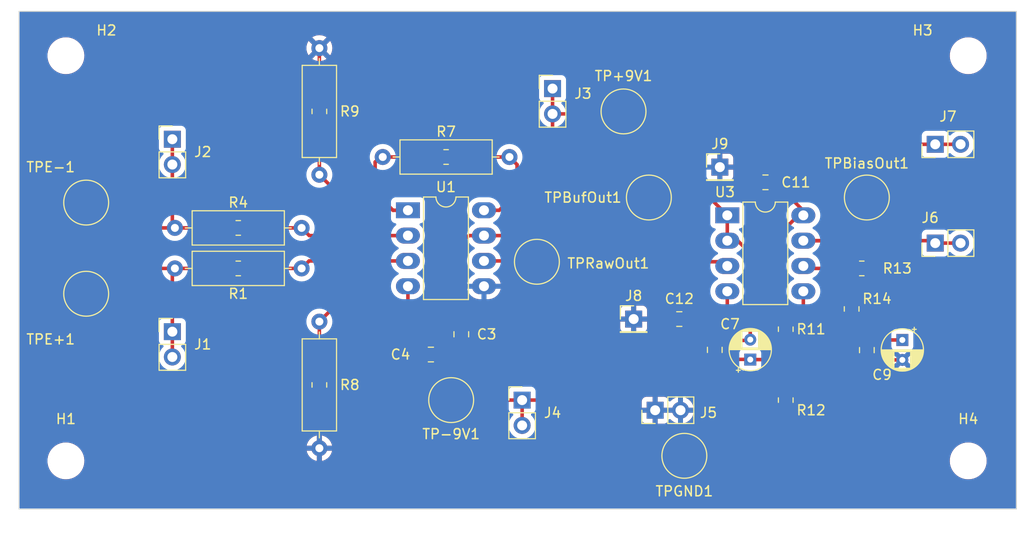
<source format=kicad_pcb>
(kicad_pcb (version 20221018) (generator pcbnew)
  (layers (0 "F.Cu" signal) (31 "B.Cu" signal) (34 "B.Paste" user) (35 "F.Paste" user) (36 "B.SilkS" user "B.Silkscreen") (37 "F.SilkS" user "F.Silkscreen") (38 "B.Mask" user) (39 "F.Mask" user) (44 "Edge.Cuts" user))
  (net 0 "")
  (net 1 "+9V")
  (net 2 "GND")
  (net 3 "-9V")
  (net 4 "Net-(U3B-+)")
  (net 5 "/BufferedOutput")
  (net 6 "/ConditionedOutput")
  (net 7 "/NegInput")
  (net 8 "/PosInput")
  (net 9 "/UnBufferedOutput")
  (net 10 "/Gain2")
  (net 11 "/Gain1")
  (net 12 "/PosInputProtected")
  (net 13 "/NegInputProtected")
  (net 14 "Net-(C10-Pad2)")
  (net 15 "Net-(U3B--)")
  (footprint "Resistor_SMD:R_0805_2012Metric" (layer "F.Cu") (at 76.2 149.352 90)
    (fp_text reference "R8" (at 0 3.048 180) (layer "F.SilkS"))
    (fp_text value "100k")
    (pad "1" smd roundrect (at -0.9125 0 90) (size 1.025 1.4) (layers "F.Cu" "F.Paste" "F.Mask") (roundrect_rratio 0.243902439) (net 2 "GND"))
    (pad "2" smd roundrect (at 0.9125 0 90) (size 1.025 1.4) (layers "F.Cu" "F.Paste" "F.Mask") (roundrect_rratio 0.243902439) (net 12 "/PosInputProtected"))
  )
  (footprint "TestPoint:TestPoint_Pad_D4.0mm" (layer "F.Cu") (at 131.064 130.556)
    (fp_text reference "TPBiasOut1" (at 0 -3.426) (layer "F.SilkS"))
    (fp_text value "BuffereBiasddOutput")
    (pad "1" smd circle (at 0 0) (size 4 4) (layers "F.Cu" "F.Mask") (net 6 "/ConditionedOutput"))
  )
  (footprint "MountingHole:MountingHole_3.2mm_M3" (layer "F.Cu") (at 50.8 156.972)
    (fp_text reference "H1" (at 0 -4.2) (layer "F.SilkS"))
    (fp_text value "MountingHole")
    (pad "" np_thru_hole circle (at 0 0) (size 3.2 3.2) (drill 3.2) (layers "*.Cu" "*.Mask"))
  )
  (footprint "TestPoint:TestPoint_Pad_D4.0mm" (layer "F.Cu") (at 112.776 156.464)
    (fp_text reference "TPGND1" (at 0 3.556) (layer "F.SilkS"))
    (fp_text value "Ground")
    (pad "1" smd circle (at 0 0) (size 4 4) (layers "F.Cu" "F.Mask") (net 2 "GND"))
  )
  (footprint "Capacitor_SMD:C_0805_2012Metric" (layer "F.Cu") (at 120.904 129.032 180)
    (fp_text reference "C11" (at -3.048 0) (layer "F.SilkS"))
    (fp_text value "0.1u")
    (pad "1" smd roundrect (at -0.95 0 180) (size 1 1.45) (layers "F.Cu" "F.Paste" "F.Mask") (net 1 "+9V"))
    (pad "2" smd roundrect (at 0.95 0 180) (size 1 1.45) (layers "F.Cu" "F.Paste" "F.Mask") (net 2 "GND"))
  )
  (footprint "Connector_PinHeader_2.54mm:PinHeader_1x02_P2.54mm_Vertical" (layer "F.Cu") (at 137.917 135.128 90)
    (fp_text reference "J6" (at 2.54 -0.508 180) (layer "F.SilkS"))
    (fp_text value "Conn_01x02")
    (pad "1" thru_hole rect (at 0 0 90) (size 1.7 1.7) (drill 1) (layers "*.Cu" "*.Mask") (net 6 "/ConditionedOutput"))
    (pad "2" thru_hole oval (at 0 2.54 90) (size 1.7 1.7) (drill 1) (layers "*.Cu" "*.Mask") (net 6 "/ConditionedOutput"))
  )
  (footprint "MountingHole:MountingHole_3.2mm_M3" (layer "F.Cu") (at 141.224 116.332)
    (fp_text reference "H3" (at -4.572 -2.54) (layer "F.SilkS"))
    (fp_text value "MountingHole")
    (pad "" np_thru_hole circle (at 0 0) (size 3.2 3.2) (drill 3.2) (layers "*.Cu" "*.Mask"))
  )
  (footprint "Capacitor_THT:CP_Radial_D4.0mm_P2.00mm" (layer "F.Cu") (at 134.62 144.846 -90)
    (fp_text reference "C9" (at 3.49 2.032) (layer "F.SilkS"))
    (fp_text value "10u")
    (pad "1" thru_hole rect (at 0 0 270) (size 1.2 1.2) (drill 0.6) (layers "*.Cu" "*.Mask") (net 14 "Net-(C10-Pad2)"))
    (pad "2" thru_hole circle (at 2 0 270) (size 1.2 1.2) (drill 0.6) (layers "*.Cu" "*.Mask") (net 2 "GND"))
  )
  (footprint "Package_DIP:DIP-8_W7.62mm_LongPads" (layer "F.Cu") (at 117.079 132.344)
    (fp_text reference "U3" (at -0.239 -2.33) (layer "F.SilkS"))
    (fp_text value "LM358")
    (pad "1" thru_hole rect (at 0 0) (size 2.4 1.6) (drill 1) (layers "*.Cu" "*.Mask") (net 5 "/BufferedOutput"))
    (pad "2" thru_hole oval (at 0 2.54) (size 2.4 1.6) (drill 1) (layers "*.Cu" "*.Mask") (net 5 "/BufferedOutput"))
    (pad "3" thru_hole oval (at 0 5.08) (size 2.4 1.6) (drill 1) (layers "*.Cu" "*.Mask") (net 9 "/UnBufferedOutput"))
    (pad "4" thru_hole oval (at 0 7.62) (size 2.4 1.6) (drill 1) (layers "*.Cu" "*.Mask") (net 3 "-9V"))
    (pad "5" thru_hole oval (at 7.62 7.62) (size 2.4 1.6) (drill 1) (layers "*.Cu" "*.Mask") (net 4 "Net-(U3B-+)"))
    (pad "6" thru_hole oval (at 7.62 5.08) (size 2.4 1.6) (drill 1) (layers "*.Cu" "*.Mask") (net 15 "Net-(U3B--)"))
    (pad "7" thru_hole oval (at 7.62 2.54) (size 2.4 1.6) (drill 1) (layers "*.Cu" "*.Mask") (net 6 "/ConditionedOutput"))
    (pad "8" thru_hole oval (at 7.62 0) (size 2.4 1.6) (drill 1) (layers "*.Cu" "*.Mask") (net 1 "+9V"))
  )
  (footprint "Resistor_THT:R_Axial_DIN0309_L9.0mm_D3.2mm_P12.70mm_Horizontal" (layer "F.Cu") (at 61.722 137.668)
    (fp_text reference "R2" hide)
    (fp_text value "47.4k")
    (pad "1" thru_hole circle (at 0 0) (size 1.6 1.6) (drill 0.8) (layers "*.Cu" "*.Mask") (net 8 "/PosInput"))
    (pad "2" thru_hole oval (at 12.7 0) (size 1.6 1.6) (drill 0.8) (layers "*.Cu" "*.Mask") (net 12 "/PosInputProtected"))
  )
  (footprint "TestPoint:TestPoint_Pad_D4.0mm" (layer "F.Cu") (at 52.832 131.064)
    (fp_text reference "TPE-1" (at -3.556 -3.554) (layer "F.SilkS"))
    (fp_text value "V- Electrode")
    (pad "1" smd circle (at 0 0) (size 4 4) (layers "F.Cu" "F.Mask") (net 7 "/NegInput"))
  )
  (footprint "Resistor_SMD:R_0805_2012Metric" (layer "F.Cu") (at 130.556 137.668 180)
    (fp_text reference "R13" (at -3.556 0) (layer "F.SilkS"))
    (fp_text value "10k")
    (pad "1" smd roundrect (at -0.9125 0 180) (size 1.025 1.4) (layers "F.Cu" "F.Paste" "F.Mask") (roundrect_rratio 0.243902439) (net 6 "/ConditionedOutput"))
    (pad "2" smd roundrect (at 0.9125 0 180) (size 1.025 1.4) (layers "F.Cu" "F.Paste" "F.Mask") (roundrect_rratio 0.243902439) (net 15 "Net-(U3B--)"))
  )
  (footprint "MountingHole:MountingHole_3.2mm_M3" (layer "F.Cu") (at 50.8 116.332)
    (fp_text reference "H2" (at 4.064 -2.54) (layer "F.SilkS"))
    (fp_text value "MountingHole")
    (pad "" np_thru_hole circle (at 0 0) (size 3.2 3.2) (drill 3.2) (layers "*.Cu" "*.Mask"))
  )
  (footprint "Resistor_SMD:R_0805_2012Metric" (layer "F.Cu") (at 129.54 141.732 -90)
    (fp_text reference "R14" (at -1.016 -2.54 -180) (layer "F.SilkS"))
    (fp_text value "10k")
    (pad "1" smd roundrect (at -0.9125 0 270) (size 1.025 1.4) (layers "F.Cu" "F.Paste" "F.Mask") (roundrect_rratio 0.243902439) (net 15 "Net-(U3B--)"))
    (pad "2" smd roundrect (at 0.9125 0 270) (size 1.025 1.4) (layers "F.Cu" "F.Paste" "F.Mask") (roundrect_rratio 0.243902439) (net 14 "Net-(C10-Pad2)"))
  )
  (footprint "Capacitor_SMD:C_0805_2012Metric" (layer "F.Cu") (at 115.824 145.8394 -90)
    (fp_text reference "C8" hide)
    (fp_text value "0.1u")
    (pad "1" smd roundrect (at -0.95 0 270) (size 1 1.45) (layers "F.Cu" "F.Paste" "F.Mask") (net 5 "/BufferedOutput"))
    (pad "2" smd roundrect (at 0.95 0 270) (size 1 1.45) (layers "F.Cu" "F.Paste" "F.Mask") (net 4 "Net-(U3B-+)"))
  )
  (footprint "Resistor_THT:R_Axial_DIN0309_L9.0mm_D3.2mm_P12.70mm_Horizontal" (layer "F.Cu") (at 82.55 126.492)
    (fp_text reference "R10" hide)
    (fp_text value "56")
    (pad "1" thru_hole circle (at 0 0) (size 1.6 1.6) (drill 0.8) (layers "*.Cu" "*.Mask") (net 10 "/Gain2"))
    (pad "2" thru_hole oval (at 12.7 0) (size 1.6 1.6) (drill 0.8) (layers "*.Cu" "*.Mask") (net 11 "/Gain1"))
  )
  (footprint "Connector_PinHeader_2.54mm:PinHeader_1x01_P2.54mm_Vertical" (layer "F.Cu") (at 107.696 142.748)
    (fp_text reference "J8" (at 0 -2.33) (layer "F.SilkS"))
    (fp_text value "Conn_01x01")
    (pad "1" thru_hole rect (at 0 0) (size 1.7 1.7) (drill 1) (layers "*.Cu" "*.Mask") (net 2 "GND"))
  )
  (footprint "Package_DIP:DIP-8_W7.62mm_LongPads" (layer "F.Cu") (at 85.075 131.836)
    (fp_text reference "U1" (at 3.81 -2.33) (layer "F.SilkS"))
    (fp_text value "INA129")
    (pad "1" thru_hole rect (at 0 0) (size 2.4 1.6) (drill 1) (layers "*.Cu" "*.Mask") (net 10 "/Gain2"))
    (pad "2" thru_hole oval (at 0 2.54) (size 2.4 1.6) (drill 1) (layers "*.Cu" "*.Mask") (net 13 "/NegInputProtected"))
    (pad "3" thru_hole oval (at 0 5.08) (size 2.4 1.6) (drill 1) (layers "*.Cu" "*.Mask") (net 12 "/PosInputProtected"))
    (pad "4" thru_hole oval (at 0 7.62) (size 2.4 1.6) (drill 1) (layers "*.Cu" "*.Mask") (net 3 "-9V"))
    (pad "5" thru_hole oval (at 7.62 7.62) (size 2.4 1.6) (drill 1) (layers "*.Cu" "*.Mask") (net 2 "GND"))
    (pad "6" thru_hole oval (at 7.62 5.08) (size 2.4 1.6) (drill 1) (layers "*.Cu" "*.Mask") (net 9 "/UnBufferedOutput"))
    (pad "7" thru_hole oval (at 7.62 2.54) (size 2.4 1.6) (drill 1) (layers "*.Cu" "*.Mask") (net 1 "+9V"))
    (pad "8" thru_hole oval (at 7.62 0) (size 2.4 1.6) (drill 1) (layers "*.Cu" "*.Mask") (net 11 "/Gain1"))
  )
  (footprint "Resistor_THT:R_Axial_DIN0309_L9.0mm_D3.2mm_P12.70mm_Horizontal" (layer "F.Cu") (at 76.2 143.002 -90)
    (fp_text reference "R5" hide)
    (fp_text value "100k")
    (pad "1" thru_hole circle (at 0 0 270) (size 1.6 1.6) (drill 0.8) (layers "*.Cu" "*.Mask") (net 12 "/PosInputProtected"))
    (pad "2" thru_hole oval (at 12.7 0 270) (size 1.6 1.6) (drill 0.8) (layers "*.Cu" "*.Mask") (net 2 "GND"))
  )
  (footprint "Connector_PinHeader_2.54mm:PinHeader_1x02_P2.54mm_Vertical" (layer "F.Cu") (at 96.52 150.876)
    (fp_text reference "J4" (at 3.048 1.275) (layer "F.SilkS"))
    (fp_text value "Conn_01x02")
    (pad "1" thru_hole rect (at 0 0) (size 1.7 1.7) (drill 1) (layers "*.Cu" "*.Mask") (net 3 "-9V"))
    (pad "2" thru_hole oval (at 0 2.54) (size 1.7 1.7) (drill 1) (layers "*.Cu" "*.Mask") (net 3 "-9V"))
  )
  (footprint "TestPoint:TestPoint_Pad_D4.0mm" (layer "F.Cu") (at 98 137)
    (fp_text reference "TPRawOut1" (at 7.156 0.16) (layer "F.SilkS"))
    (fp_text value "AmplifierOut")
    (pad "1" smd circle (at 0 0) (size 4 4) (layers "F.Cu" "F.Mask") (net 9 "/UnBufferedOutput"))
  )
  (footprint "Capacitor_SMD:C_0805_2012Metric" (layer "F.Cu") (at 87.376 146.304)
    (fp_text reference "C4" (at -3.048 0) (layer "F.SilkS"))
    (fp_text value "0.1u")
    (pad "1" smd roundrect (at -0.95 0) (size 1 1.45) (layers "F.Cu" "F.Paste" "F.Mask") (net 3 "-9V"))
    (pad "2" smd roundrect (at 0.95 0) (size 1 1.45) (layers "F.Cu" "F.Paste" "F.Mask") (net 2 "GND"))
  )
  (footprint "Resistor_THT:R_Axial_DIN0309_L9.0mm_D3.2mm_P12.70mm_Horizontal" (layer "F.Cu") (at 76.2 115.57 -90)
    (fp_text reference "R6" hide)
    (fp_text value "100k")
    (pad "1" thru_hole circle (at 0 0 270) (size 1.6 1.6) (drill 0.8) (layers "*.Cu" "*.Mask") (net 2 "GND"))
    (pad "2" thru_hole oval (at 12.7 0 270) (size 1.6 1.6) (drill 0.8) (layers "*.Cu" "*.Mask") (net 13 "/NegInputProtected"))
  )
  (footprint "Connector_PinHeader_2.54mm:PinHeader_1x02_P2.54mm_Vertical" (layer "F.Cu") (at 109.85 151.892 90)
    (fp_text reference "J5" (at -0.254 5.339 180) (layer "F.SilkS"))
    (fp_text value "Conn_01x02")
    (pad "1" thru_hole rect (at 0 0 90) (size 1.7 1.7) (drill 1) (layers "*.Cu" "*.Mask") (net 2 "GND"))
    (pad "2" thru_hole oval (at 0 2.54 90) (size 1.7 1.7) (drill 1) (layers "*.Cu" "*.Mask") (net 2 "GND"))
  )
  (footprint "Resistor_SMD:R_0805_2012Metric" (layer "F.Cu") (at 68.072 137.668)
    (fp_text reference "R1" (at 0 2.54) (layer "F.SilkS"))
    (fp_text value "47.4k")
    (pad "1" smd roundrect (at -0.9125 0) (size 1.025 1.4) (layers "F.Cu" "F.Paste" "F.Mask") (roundrect_rratio 0.243902439) (net 8 "/PosInput"))
    (pad "2" smd roundrect (at 0.9125 0) (size 1.025 1.4) (layers "F.Cu" "F.Paste" "F.Mask") (roundrect_rratio 0.243902439) (net 12 "/PosInputProtected"))
  )
  (footprint "MountingHole:MountingHole_3.2mm_M3" (layer "F.Cu") (at 141.224 156.972)
    (fp_text reference "H4" (at 0 -4.2) (layer "F.SilkS"))
    (fp_text value "MountingHole")
    (pad "" np_thru_hole circle (at 0 0) (size 3.2 3.2) (drill 3.2) (layers "*.Cu" "*.Mask"))
  )
  (footprint "Capacitor_SMD:C_0805_2012Metric" (layer "F.Cu") (at 90.424 144.272 -90)
    (fp_text reference "C3" (at 0 -2.54 -180) (layer "F.SilkS"))
    (fp_text value "0.1u")
    (pad "1" smd roundrect (at -0.95 0 270) (size 1 1.45) (layers "F.Cu" "F.Paste" "F.Mask") (net 1 "+9V"))
    (pad "2" smd roundrect (at 0.95 0 270) (size 1 1.45) (layers "F.Cu" "F.Paste" "F.Mask") (net 2 "GND"))
  )
  (footprint "Capacitor_SMD:C_0805_2012Metric" (layer "F.Cu") (at 112.268 142.748 180)
    (fp_text reference "C12" (at 0 2.032) (layer "F.SilkS"))
    (fp_text value "0.1u")
    (pad "1" smd roundrect (at -0.95 0 180) (size 1 1.45) (layers "F.Cu" "F.Paste" "F.Mask") (net 3 "-9V"))
    (pad "2" smd roundrect (at 0.95 0 180) (size 1 1.45) (layers "F.Cu" "F.Paste" "F.Mask") (net 2 "GND"))
  )
  (footprint "Resistor_THT:R_Axial_DIN0309_L9.0mm_D3.2mm_P12.70mm_Horizontal" (layer "F.Cu") (at 61.722 133.604)
    (fp_text reference "R3" hide)
    (fp_text value "47.4k")
    (pad "1" thru_hole circle (at 0 0) (size 1.6 1.6) (drill 0.8) (layers "*.Cu" "*.Mask") (net 7 "/NegInput"))
    (pad "2" thru_hole oval (at 12.7 0) (size 1.6 1.6) (drill 0.8) (layers "*.Cu" "*.Mask") (net 13 "/NegInputProtected"))
  )
  (footprint "Resistor_SMD:R_0805_2012Metric" (layer "F.Cu") (at 88.9 126.492)
    (fp_text reference "R7" (at 0 -2.54) (layer "F.SilkS"))
    (fp_text value "56")
    (pad "1" smd roundrect (at -0.9125 0) (size 1.025 1.4) (layers "F.Cu" "F.Paste" "F.Mask") (roundrect_rratio 0.243902439) (net 10 "/Gain2"))
    (pad "2" smd roundrect (at 0.9125 0) (size 1.025 1.4) (layers "F.Cu" "F.Paste" "F.Mask") (roundrect_rratio 0.243902439) (net 11 "/Gain1"))
  )
  (footprint "TestPoint:TestPoint_Pad_D4.0mm" (layer "F.Cu") (at 106.68 121.92)
    (fp_text reference "TP+9V1" (at 0 -3.554) (layer "F.SilkS"))
    (fp_text value "TPP9V")
    (pad "1" smd circle (at 0 0) (size 4 4) (layers "F.Cu" "F.Mask") (net 1 "+9V"))
  )
  (footprint "TestPoint:TestPoint_Pad_D4.0mm" (layer "F.Cu") (at 109.22 130.556)
    (fp_text reference "TPBufOut1" (at -6.604 0.002) (layer "F.SilkS"))
    (fp_text value "Buffered_Output")
    (pad "1" smd circle (at 0 0) (size 4 4) (layers "F.Cu" "F.Mask") (net 5 "/BufferedOutput"))
  )
  (footprint "Resistor_SMD:R_0805_2012Metric" (layer "F.Cu") (at 122.936 150.876 -90)
    (fp_text reference "R12" (at 1.016 -2.54 -180) (layer "F.SilkS"))
    (fp_text value "2200")
    (pad "1" smd roundrect (at -0.9125 0 270) (size 1.025 1.4) (layers "F.Cu" "F.Paste" "F.Mask") (roundrect_rratio 0.243902439) (net 4 "Net-(U3B-+)"))
    (pad "2" smd roundrect (at 0.9125 0 270) (size 1.025 1.4) (layers "F.Cu" "F.Paste" "F.Mask") (roundrect_rratio 0.243902439) (net 2 "GND"))
  )
  (footprint "Connector_PinHeader_2.54mm:PinHeader_1x01_P2.54mm_Vertical" (layer "F.Cu") (at 116.332 127.508)
    (fp_text reference "J9" (at 0 -2.33) (layer "F.SilkS"))
    (fp_text value "Conn_01x01")
    (pad "1" thru_hole rect (at 0 0) (size 1.7 1.7) (drill 1) (layers "*.Cu" "*.Mask") (net 2 "GND"))
  )
  (footprint "Capacitor_THT:CP_Radial_D4.0mm_P2.00mm" (layer "F.Cu") (at 119.38 146.812 90)
    (fp_text reference "C7" (at 3.556 -2.032) (layer "F.SilkS"))
    (fp_text value "10u")
    (pad "1" thru_hole rect (at 0 0 90) (size 1.2 1.2) (drill 0.6) (layers "*.Cu" "*.Mask") (net 4 "Net-(U3B-+)"))
    (pad "2" thru_hole circle (at 2 0 90) (size 1.2 1.2) (drill 0.6) (layers "*.Cu" "*.Mask") (net 5 "/BufferedOutput"))
  )
  (footprint "Connector_PinHeader_2.54mm:PinHeader_1x02_P2.54mm_Vertical" (layer "F.Cu") (at 137.917 125.217 90)
    (fp_text reference "J7" (at 2.789 1.275 180) (layer "F.SilkS"))
    (fp_text value "Conn_01x02")
    (pad "1" thru_hole rect (at 0 0 90) (size 1.7 1.7) (drill 1) (layers "*.Cu" "*.Mask") (net 6 "/ConditionedOutput"))
    (pad "2" thru_hole oval (at 0 2.54 90) (size 1.7 1.7) (drill 1) (layers "*.Cu" "*.Mask") (net 6 "/ConditionedOutput"))
  )
  (footprint "Connector_PinHeader_2.54mm:PinHeader_1x02_P2.54mm_Vertical" (layer "F.Cu") (at 61.468 144.013)
    (fp_text reference "J1" (at 3.048 1.275) (layer "F.SilkS"))
    (fp_text value "Conn_01x02")
    (pad "1" thru_hole rect (at 0 0) (size 1.7 1.7) (drill 1) (layers "*.Cu" "*.Mask") (net 8 "/PosInput"))
    (pad "2" thru_hole oval (at 0 2.54) (size 1.7 1.7) (drill 1) (layers "*.Cu" "*.Mask") (net 8 "/PosInput"))
  )
  (footprint "Connector_PinHeader_2.54mm:PinHeader_1x02_P2.54mm_Vertical" (layer "F.Cu") (at 99.568 119.629)
    (fp_text reference "J3" (at 3.048 0.508) (layer "F.SilkS"))
    (fp_text value "Conn_01x02")
    (pad "1" thru_hole rect (at 0 0) (size 1.7 1.7) (drill 1) (layers "*.Cu" "*.Mask") (net 1 "+9V"))
    (pad "2" thru_hole oval (at 0 2.54) (size 1.7 1.7) (drill 1) (layers "*.Cu" "*.Mask") (net 1 "+9V"))
  )
  (footprint "Resistor_SMD:R_0805_2012Metric" (layer "F.Cu") (at 122.936 143.764 -90)
    (fp_text reference "R11" (at 0 -2.54 -180) (layer "F.SilkS"))
    (fp_text value "10k")
    (pad "1" smd roundrect (at -0.9125 0 270) (size 1.025 1.4) (layers "F.Cu" "F.Paste" "F.Mask") (roundrect_rratio 0.243902439) (net 1 "+9V"))
    (pad "2" smd roundrect (at 0.9125 0 270) (size 1.025 1.4) (layers "F.Cu" "F.Paste" "F.Mask") (roundrect_rratio 0.243902439) (net 4 "Net-(U3B-+)"))
  )
  (footprint "TestPoint:TestPoint_Pad_D4.0mm" (layer "F.Cu") (at 89.408 150.876)
    (fp_text reference "TP-9V1" (at 0 3.408) (layer "F.SilkS"))
    (fp_text value "TPN9V")
    (pad "1" smd circle (at 0 0) (size 4 4) (layers "F.Cu" "F.Mask") (net 3 "-9V"))
  )
  (footprint "Connector_PinHeader_2.54mm:PinHeader_1x02_P2.54mm_Vertical" (layer "F.Cu") (at 61.468 124.709)
    (fp_text reference "J2" (at 3.048 1.275) (layer "F.SilkS"))
    (fp_text value "Conn_01x02")
    (pad "1" thru_hole rect (at 0 0) (size 1.7 1.7) (drill 1) (layers "*.Cu" "*.Mask") (net 7 "/NegInput"))
    (pad "2" thru_hole oval (at 0 2.54) (size 1.7 1.7) (drill 1) (layers "*.Cu" "*.Mask") (net 7 "/NegInput"))
  )
  (footprint "Resistor_SMD:R_0805_2012Metric" (layer "F.Cu") (at 68.072 133.604)
    (fp_text reference "R4" (at 0 -2.54) (layer "F.SilkS"))
    (fp_text value "47.4k")
    (pad "1" smd roundrect (at -0.9125 0) (size 1.025 1.4) (layers "F.Cu" "F.Paste" "F.Mask") (roundrect_rratio 0.243902439) (net 7 "/NegInput"))
    (pad "2" smd roundrect (at 0.9125 0) (size 1.025 1.4) (layers "F.Cu" "F.Paste" "F.Mask") (roundrect_rratio 0.243902439) (net 13 "/NegInputProtected"))
  )
  (footprint "Capacitor_SMD:C_0805_2012Metric" (layer "F.Cu") (at 131.064 145.862 90)
    (fp_text reference "C10" hide)
    (fp_text value "0.1u")
    (pad "1" smd roundrect (at -0.95 0 90) (size 1 1.45) (layers "F.Cu" "F.Paste" "F.Mask") (net 2 "GND"))
    (pad "2" smd roundrect (at 0.95 0 90) (size 1 1.45) (layers "F.Cu" "F.Paste" "F.Mask") (net 14 "Net-(C10-Pad2)"))
  )
  (footprint "TestPoint:TestPoint_Pad_D4.0mm" (layer "F.Cu") (at 52.832 140.208)
    (fp_text reference "TPE+1" (at -3.556 4.574) (layer "F.SilkS"))
    (fp_text value "V+ Electrode")
    (pad "1" smd circle (at 0 0) (size 4 4) (layers "F.Cu" "F.Mask") (net 8 "/PosInput"))
  )
  (footprint "Resistor_SMD:R_0805_2012Metric" (layer "F.Cu") (at 76.2 121.92 -90)
    (fp_text reference "R9" (at 0 -3.048) (layer "F.SilkS"))
    (fp_text value "100k")
    (pad "1" smd roundrect (at -0.9125 0 270) (size 1.025 1.4) (layers "F.Cu" "F.Paste" "F.Mask") (roundrect_rratio 0.243902439) (net 2 "GND"))
    (pad "2" smd roundrect (at 0.9125 0 270) (size 1.025 1.4) (layers "F.Cu" "F.Paste" "F.Mask") (roundrect_rratio 0.243902439) (net 13 "/NegInputProtected"))
  )
  (gr_rect (start 46.101 111.887) (end 146.05 161.798) (stroke (width 0.1)) (fill none) (layer "Edge.Cuts"))
  (segment (start 121.854 129.032) (end 124.699 131.877) (width 0.3556) (layer "F.Cu") (net 1))
  (segment (start 122.428 134.112) (end 124.196 132.344) (width 0.3556) (layer "F.Cu") (net 1))
  (segment (start 122.936 142.8515) (end 122.936 141.224) (width 0.3556) (layer "F.Cu") (net 1))
  (segment (start 92.695 134.376) (end 95.748 134.376) (width 0.3556) (layer "F.Cu") (net 1))
  (segment (start 122.428 140.716) (end 122.428 134.112) (width 0.3556) (layer "F.Cu") (net 1))
  (segment (start 124.196 132.344) (end 124.699 132.344) (width 0.3556) (layer "F.Cu") (net 1))
  (segment (start 99.568 119.629) (end 99.568 122.169) (width 0.3556) (layer "F.Cu") (net 1))
  (segment (start 122.936 141.224) (end 122.428 140.716) (width 0.3556) (layer "F.Cu") (net 1))
  (segment (start 90.424 135.128) (end 91.176 134.376) (width 0.3556) (layer "F.Cu") (net 1))
  (segment (start 117.348 121.92) (end 106.68 121.92) (width 0.3556) (layer "F.Cu") (net 1))
  (segment (start 90.424 143.322) (end 90.424 135.128) (width 0.3556) (layer "F.Cu") (net 1))
  (segment (start 124.699 131.877) (end 124.699 132.344) (width 0.3556) (layer "F.Cu") (net 1))
  (segment (start 95.748 134.376) (end 99.568 130.556) (width 0.3556) (layer "F.Cu") (net 1))
  (segment (start 121.854 126.426) (end 117.348 121.92) (width 0.3556) (layer "F.Cu") (net 1))
  (segment (start 91.176 134.376) (end 92.695 134.376) (width 0.3556) (layer "F.Cu") (net 1))
  (segment (start 106.431 122.169) (end 106.68 121.92) (width 0.3556) (layer "F.Cu") (net 1))
  (segment (start 99.568 130.556) (end 99.568 122.169) (width 0.3556) (layer "F.Cu") (net 1))
  (segment (start 99.568 122.169) (end 106.431 122.169) (width 0.3556) (layer "F.Cu") (net 1))
  (segment (start 121.854 129.032) (end 121.854 126.426) (width 0.3556) (layer "F.Cu") (net 1))
  (segment (start 119.954 129.032) (end 118.43 127.508) (width 0.3556) (layer "F.Cu") (net 2))
  (segment (start 131.098 146.846) (end 131.064 146.812) (width 0.3556) (layer "F.Cu") (net 2))
  (segment (start 118.43 127.508) (end 116.332 127.508) (width 0.3556) (layer "F.Cu") (net 2))
  (segment (start 76.2 115.57) (end 76.2 121.0075) (width 0.3556) (layer "F.Cu") (net 2))
  (segment (start 107.696 142.748) (end 111.318 142.748) (width 0.3556) (layer "F.Cu") (net 2))
  (segment (start 76.2 150.2645) (end 76.2 155.702) (width 0.3556) (layer "F.Cu") (net 2))
  (segment (start 134.62 146.846) (end 131.098 146.846) (width 0.3556) (layer "F.Cu") (net 2))
  (segment (start 96.52 150.876) (end 106.172 150.876) (width 0.3556) (layer "F.Cu") (net 3))
  (segment (start 85.075 144.953) (end 86.426 146.304) (width 0.3556) (layer "F.Cu") (net 3))
  (segment (start 96.52 153.416) (end 96.52 150.876) (width 0.3556) (layer "F.Cu") (net 3))
  (segment (start 106.172 150.876) (end 113.218 143.83) (width 0.3556) (layer "F.Cu") (net 3))
  (segment (start 113.218 143.83) (end 113.218 142.748) (width 0.3556) (layer "F.Cu") (net 3))
  (segment (start 113.218 142.748) (end 116.332 142.748) (width 0.3556) (layer "F.Cu") (net 3))
  (segment (start 116.332 142.748) (end 117.079 142.001) (width 0.3556) (layer "F.Cu") (net 3))
  (segment (start 85.075 139.456) (end 85.075 144.953) (width 0.3556) (layer "F.Cu") (net 3))
  (segment (start 86.426 147.894) (end 86.426 146.304) (width 0.3556) (layer "F.Cu") (net 3))
  (segment (start 96.52 150.876) (end 89.408 150.876) (width 0.3556) (layer "F.Cu") (net 3))
  (segment (start 89.408 150.876) (end 86.426 147.894) (width 0.3556) (layer "F.Cu") (net 3))
  (segment (start 117.079 142.001) (end 117.079 139.964) (width 0.3556) (layer "F.Cu") (net 3))
  (segment (start 122.936 145.923) (end 122.047 146.812) (width 0.3556) (layer "F.Cu") (net 4))
  (segment (start 122.936 144.6765) (end 122.936 149.9635) (width 0.3556) (layer "F.Cu") (net 4))
  (segment (start 115.824 146.7894) (end 119.3574 146.7894) (width 0.3556) (layer "F.Cu") (net 4))
  (segment (start 119.3574 146.7894) (end 119.38 146.812) (width 0.3556) (layer "F.Cu") (net 4))
  (segment (start 122.047 146.812) (end 119.38 146.812) (width 0.3556) (layer "F.Cu") (net 4))
  (segment (start 124.699 144.16) (end 124.1825 144.6765) (width 0.3556) (layer "F.Cu") (net 4))
  (segment (start 124.699 139.964) (end 124.699 144.16) (width 0.3556) (layer "F.Cu") (net 4))
  (segment (start 124.1825 144.6765) (end 122.936 144.6765) (width 0.3556) (layer "F.Cu") (net 4))
  (segment (start 122.936 144.6765) (end 122.936 145.923) (width 0.3556) (layer "F.Cu") (net 4))
  (segment (start 109.22 130.556) (end 115.291 130.556) (width 0.3556) (layer "F.Cu") (net 5))
  (segment (start 119.3026 144.8894) (end 119.38 144.812) (width 0.3556) (layer "F.Cu") (net 5))
  (segment (start 115.291 130.556) (end 117.079 132.344) (width 0.3556) (layer "F.Cu") (net 5))
  (segment (start 118.12 134.884) (end 119.38 136.144) (width 0.3556) (layer "F.Cu") (net 5))
  (segment (start 115.824 144.8894) (end 119.3026 144.8894) (width 0.3556) (layer "F.Cu") (net 5))
  (segment (start 117.079 134.884) (end 118.12 134.884) (width 0.3556) (layer "F.Cu") (net 5))
  (segment (start 119.38 136.144) (end 119.38 144.812) (width 0.3556) (layer "F.Cu") (net 5))
  (segment (start 117.079 134.884) (end 117.079 132.344) (width 0.3556) (layer "F.Cu") (net 5))
  (segment (start 131.4685 137.668) (end 131.4685 136.3045) (width 0.3556) (layer "F.Cu") (net 6))
  (segment (start 136.403 125.217) (end 131.064 130.556) (width 0.3556) (layer "F.Cu") (net 6))
  (segment (start 126.736 134.884) (end 131.064 130.556) (width 0.3556) (layer "F.Cu") (net 6))
  (segment (start 130.556 134.884) (end 137.673 134.884) (width 0.3556) (layer "F.Cu") (net 6))
  (segment (start 137.673 134.884) (end 137.917 135.128) (width 0.3556) (layer "F.Cu") (net 6))
  (segment (start 124.699 134.884) (end 126.736 134.884) (width 0.3556) (layer "F.Cu") (net 6))
  (segment (start 137.917 125.217) (end 140.457 125.217) (width 0.3556) (layer "F.Cu") (net 6))
  (segment (start 137.917 135.128) (end 140.457 135.128) (width 0.3556) (layer "F.Cu") (net 6))
  (segment (start 131.4685 136.3045) (end 130.048 134.884) (width 0.3556) (layer "F.Cu") (net 6))
  (segment (start 130.048 134.884) (end 130.556 134.884) (width 0.3556) (layer "F.Cu") (net 6))
  (segment (start 137.917 125.217) (end 136.403 125.217) (width 0.3556) (layer "F.Cu") (net 6))
  (segment (start 124.699 134.884) (end 130.048 134.884) (width 0.3556) (layer "F.Cu") (net 6))
  (segment (start 52.832 131.064) (end 55.372 133.604) (width 0.3556) (layer "F.Cu") (net 7))
  (segment (start 61.468 124.709) (end 61.468 127.249) (width 0.3556) (layer "F.Cu") (net 7))
  (segment (start 61.468 133.35) (end 61.722 133.604) (width 0.3556) (layer "F.Cu") (net 7))
  (segment (start 67.1595 133.604) (end 61.722 133.604) (width 0.3556) (layer "F.Cu") (net 7))
  (segment (start 55.372 133.604) (end 61.722 133.604) (width 0.3556) (layer "F.Cu") (net 7))
  (segment (start 61.468 127.249) (end 61.468 133.35) (width 0.3556) (layer "F.Cu") (net 7))
  (segment (start 61.468 146.553) (end 61.468 144.013) (width 0.3556) (layer "F.Cu") (net 8))
  (segment (start 55.372 137.668) (end 61.722 137.668) (width 0.3556) (layer "F.Cu") (net 8))
  (segment (start 52.832 140.208) (end 55.372 137.668) (width 0.3556) (layer "F.Cu") (net 8))
  (segment (start 61.468 137.922) (end 61.722 137.668) (width 0.3556) (layer "F.Cu") (net 8))
  (segment (start 61.468 144.013) (end 61.468 137.922) (width 0.3556) (layer "F.Cu") (net 8))
  (segment (start 61.722 137.668) (end 67.1595 137.668) (width 0.3556) (layer "F.Cu") (net 8))
  (segment (start 98 137) (end 116.655 137) (width 0.3556) (layer "F.Cu") (net 9))
  (segment (start 97.916 136.916) (end 98 137) (width 0.3556) (layer "F.Cu") (net 9))
  (segment (start 116.655 137) (end 117.079 137.424) (width 0.3556) (layer "F.Cu") (net 9))
  (segment (start 92.695 136.916) (end 97.916 136.916) (width 0.3556) (layer "F.Cu") (net 9))
  (segment (start 81.788 127) (end 81.788 130.048) (width 0.3556) (layer "F.Cu") (net 10))
  (segment (start 82.296 126.492) (end 81.788 127) (width 0.3556) (layer "F.Cu") (net 10))
  (segment (start 82.55 126.492) (end 82.296 126.492) (width 0.3556) (layer "F.Cu") (net 10))
  (segment (start 87.9875 126.492) (end 82.55 126.492) (width 0.3556) (layer "F.Cu") (net 10))
  (segment (start 81.788 130.048) (end 83.576 131.836) (width 0.3556) (layer "F.Cu") (net 10))
  (segment (start 83.576 131.836) (end 85.075 131.836) (width 0.3556) (layer "F.Cu") (net 10))
  (segment (start 95.25 126.492) (end 89.8125 126.492) (width 0.3556) (layer "F.Cu") (net 11))
  (segment (start 96.012 130.048) (end 96.012 127.254) (width 0.3556) (layer "F.Cu") (net 11))
  (segment (start 92.695 131.836) (end 94.224 131.836) (width 0.3556) (layer "F.Cu") (net 11))
  (segment (start 96.012 127.254) (end 95.25 126.492) (width 0.3556) (layer "F.Cu") (net 11))
  (segment (start 94.224 131.836) (end 96.012 130.048) (width 0.3556) (layer "F.Cu") (net 11))
  (segment (start 76.2 143.002) (end 82.286 136.916) (width 0.3556) (layer "F.Cu") (net 12))
  (segment (start 82.286 136.916) (end 82.296 136.916) (width 0.3556) (layer "F.Cu") (net 12))
  (segment (start 75.174 136.916) (end 74.422 137.668) (width 0.3556) (layer "F.Cu") (net 12))
  (segment (start 82.296 136.916) (end 75.174 136.916) (width 0.3556) (layer "F.Cu") (net 12))
  (segment (start 85.075 136.916) (end 82.296 136.916) (width 0.3556) (layer "F.Cu") (net 12))
  (segment (start 76.2 148.4395) (end 76.2 143.002) (width 0.3556) (layer "F.Cu") (net 12))
  (segment (start 68.9845 137.668) (end 74.422 137.668) (width 0.3556) (layer "F.Cu") (net 12))
  (segment (start 76.2 128.27) (end 82.306 134.376) (width 0.3556) (layer "F.Cu") (net 13))
  (segment (start 75.194 134.376) (end 74.422 133.604) (width 0.3556) (layer "F.Cu") (net 13))
  (segment (start 85.075 134.376) (end 82.804 134.376) (width 0.3556) (layer "F.Cu") (net 13))
  (segment (start 82.804 134.376) (end 75.194 134.376) (width 0.3556) (layer "F.Cu") (net 13))
  (segment (start 68.9845 133.604) (end 74.422 133.604) (width 0.3556) (layer "F.Cu") (net 13))
  (segment (start 82.306 134.376) (end 82.804 134.376) (width 0.3556) (layer "F.Cu") (net 13))
  (segment (start 76.2 122.8325) (end 76.2 128.27) (width 0.3556) (layer "F.Cu") (net 13))
  (segment (start 134.62 144.846) (end 131.13 144.846) (width 0.3556) (layer "F.Cu") (net 14))
  (segment (start 131.13 144.846) (end 131.064 144.912) (width 0.3556) (layer "F.Cu") (net 14))
  (segment (start 129.54 142.6445) (end 129.54 143.388) (width 0.3556) (layer "F.Cu") (net 14))
  (segment (start 129.54 143.388) (end 131.064 144.912) (width 0.3556) (layer "F.Cu") (net 14))
  (segment (start 129.6435 137.668) (end 129.6435 140.716) (width 0.3556) (layer "F.Cu") (net 15))
  (segment (start 129.6435 140.716) (end 129.54 140.8195) (width 0.3556) (layer "F.Cu") (net 15))
  (segment (start 129.6435 137.668) (end 124.943 137.668) (width 0.3556) (layer "F.Cu") (net 15))
  (segment (start 124.943 137.668) (end 124.699 137.424) (width 0.3556) (layer "F.Cu") (net 15))
  (zone (net 0) (net_name "") (layer "F.Cu") (connect_pads (clearance 0)) (min_thickness 0.25)
    (keepout (tracks allowed) (vias allowed) (pads allowed) (copperpour not_allowed) (footprints allowed))
    (fill (thermal_gap 0.5) (thermal_bridge_width 0.5))
    (polygon (pts (xy 85.344 142.748) (xy 87.376 141.732) (xy 90.932 142.748) (xy 88.9 145.796) (xy 85.344 145.288)))
  )
  (zone (net 0) (net_name "") (layer "F.Cu") (connect_pads (clearance 0)) (min_thickness 0.25)
    (keepout (tracks allowed) (vias allowed) (pads allowed) (copperpour not_allowed) (footprints allowed))
    (fill (thermal_gap 0.5) (thermal_bridge_width 0.5))
    (polygon (pts (xy 118.364 131.064) (xy 120.396 130.048) (xy 122.936 130.556) (xy 120.904 132.588) (xy 118.364 132.588)))
  )
  (zone (net 0) (net_name "") (layer "F.Cu") (connect_pads (clearance 0)) (min_thickness 0.25)
    (keepout (tracks allowed) (vias allowed) (pads allowed) (copperpour not_allowed) (footprints allowed))
    (fill (thermal_gap 0.5) (thermal_bridge_width 0.5))
    (polygon (pts (xy 111.252 128.524) (xy 116.84 122.428) (xy 115.824 123.952) (xy 115.316 130.048) (xy 111.252 130.048)))
  )
  (zone (net 0) (net_name "") (layer "F.Cu") (connect_pads (clearance 0)) (min_thickness 0.25)
    (keepout (tracks allowed) (vias allowed) (pads allowed) (copperpour not_allowed) (footprints allowed))
    (fill (thermal_gap 0.5) (thermal_bridge_width 0.5))
    (polygon (pts (xy 95.504 123.952) (xy 97.536 122.936) (xy 100.076 123.444) (xy 98.044 125.476) (xy 95.504 125.476)))
  )
  (zone (net 2) (net_name "GND") (layer "F.Cu") (priority 1) (connect_pads (clearance 0.6096)) (min_thickness 0.3556) (fill yes (thermal_gap 0.5) (thermal_bridge_width 0.5))
    (polygon (pts (xy 146.812 111.252) (xy 146.812 164.592) (xy 44.196 164.084) (xy 44.704 110.744)))
  )
  (zone (net 2) (net_name "GND") (layer "B.Cu") (connect_pads (clearance 0.5)) (min_thickness 0.25) (fill yes (thermal_gap 0.5) (thermal_bridge_width 0.5))
    (polygon (pts (xy 146.812 111.252) (xy 146.812 164.592) (xy 44.196 164.084) (xy 44.704 110.744)))
  )
)
</source>
